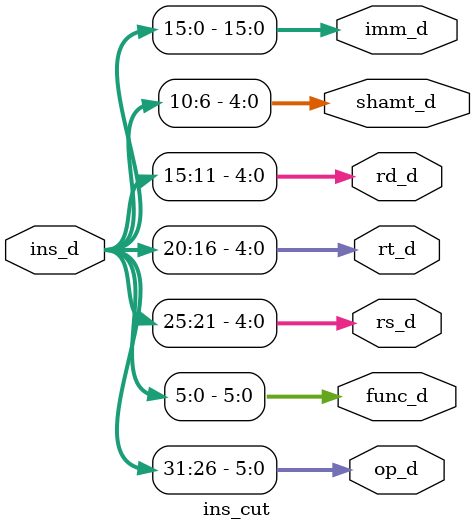
<source format=v>
`timescale 1ns / 1ps


module ins_cut(
    input [31:0] ins_d,
    output [5:0] op_d,func_d,
    output [4:0] rs_d,rt_d,rd_d,shamt_d,
    output [15:0] imm_d
    );
    
    assign op_d = ins_d[31:26];
    assign func_d = ins_d[5:0];
    assign rs_d = ins_d[25:21];
    assign rt_d = ins_d[20:16];
    assign rd_d = ins_d[15:11];
    assign shamt_d = ins_d[10:6];
    assign imm_d = ins_d[15:0];
endmodule

</source>
